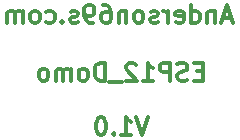
<source format=gbo>
G04 #@! TF.GenerationSoftware,KiCad,Pcbnew,(5.1.5-0-10_14)*
G04 #@! TF.CreationDate,2020-04-27T22:25:58+02:00*
G04 #@! TF.ProjectId,ESP12-Domo,45535031-322d-4446-9f6d-6f2e6b696361,rev?*
G04 #@! TF.SameCoordinates,Original*
G04 #@! TF.FileFunction,Legend,Bot*
G04 #@! TF.FilePolarity,Positive*
%FSLAX46Y46*%
G04 Gerber Fmt 4.6, Leading zero omitted, Abs format (unit mm)*
G04 Created by KiCad (PCBNEW (5.1.5-0-10_14)) date 2020-04-27 22:25:58*
%MOMM*%
%LPD*%
G04 APERTURE LIST*
%ADD10C,0.300000*%
G04 APERTURE END LIST*
D10*
X125285714Y-82678571D02*
X124785714Y-84178571D01*
X124285714Y-82678571D01*
X123000000Y-84178571D02*
X123857142Y-84178571D01*
X123428571Y-84178571D02*
X123428571Y-82678571D01*
X123571428Y-82892857D01*
X123714285Y-83035714D01*
X123857142Y-83107142D01*
X122357142Y-84035714D02*
X122285714Y-84107142D01*
X122357142Y-84178571D01*
X122428571Y-84107142D01*
X122357142Y-84035714D01*
X122357142Y-84178571D01*
X121357142Y-82678571D02*
X121214285Y-82678571D01*
X121071428Y-82750000D01*
X121000000Y-82821428D01*
X120928571Y-82964285D01*
X120857142Y-83250000D01*
X120857142Y-83607142D01*
X120928571Y-83892857D01*
X121000000Y-84035714D01*
X121071428Y-84107142D01*
X121214285Y-84178571D01*
X121357142Y-84178571D01*
X121500000Y-84107142D01*
X121571428Y-84035714D01*
X121642857Y-83892857D01*
X121714285Y-83607142D01*
X121714285Y-83250000D01*
X121642857Y-82964285D01*
X121571428Y-82821428D01*
X121500000Y-82750000D01*
X121357142Y-82678571D01*
X129892857Y-78792857D02*
X129392857Y-78792857D01*
X129178571Y-79578571D02*
X129892857Y-79578571D01*
X129892857Y-78078571D01*
X129178571Y-78078571D01*
X128607142Y-79507142D02*
X128392857Y-79578571D01*
X128035714Y-79578571D01*
X127892857Y-79507142D01*
X127821428Y-79435714D01*
X127750000Y-79292857D01*
X127750000Y-79150000D01*
X127821428Y-79007142D01*
X127892857Y-78935714D01*
X128035714Y-78864285D01*
X128321428Y-78792857D01*
X128464285Y-78721428D01*
X128535714Y-78650000D01*
X128607142Y-78507142D01*
X128607142Y-78364285D01*
X128535714Y-78221428D01*
X128464285Y-78150000D01*
X128321428Y-78078571D01*
X127964285Y-78078571D01*
X127750000Y-78150000D01*
X127107142Y-79578571D02*
X127107142Y-78078571D01*
X126535714Y-78078571D01*
X126392857Y-78150000D01*
X126321428Y-78221428D01*
X126250000Y-78364285D01*
X126250000Y-78578571D01*
X126321428Y-78721428D01*
X126392857Y-78792857D01*
X126535714Y-78864285D01*
X127107142Y-78864285D01*
X124821428Y-79578571D02*
X125678571Y-79578571D01*
X125250000Y-79578571D02*
X125250000Y-78078571D01*
X125392857Y-78292857D01*
X125535714Y-78435714D01*
X125678571Y-78507142D01*
X124250000Y-78221428D02*
X124178571Y-78150000D01*
X124035714Y-78078571D01*
X123678571Y-78078571D01*
X123535714Y-78150000D01*
X123464285Y-78221428D01*
X123392857Y-78364285D01*
X123392857Y-78507142D01*
X123464285Y-78721428D01*
X124321428Y-79578571D01*
X123392857Y-79578571D01*
X123107142Y-79721428D02*
X121964285Y-79721428D01*
X121607142Y-79578571D02*
X121607142Y-78078571D01*
X121250000Y-78078571D01*
X121035714Y-78150000D01*
X120892857Y-78292857D01*
X120821428Y-78435714D01*
X120750000Y-78721428D01*
X120750000Y-78935714D01*
X120821428Y-79221428D01*
X120892857Y-79364285D01*
X121035714Y-79507142D01*
X121250000Y-79578571D01*
X121607142Y-79578571D01*
X119892857Y-79578571D02*
X120035714Y-79507142D01*
X120107142Y-79435714D01*
X120178571Y-79292857D01*
X120178571Y-78864285D01*
X120107142Y-78721428D01*
X120035714Y-78650000D01*
X119892857Y-78578571D01*
X119678571Y-78578571D01*
X119535714Y-78650000D01*
X119464285Y-78721428D01*
X119392857Y-78864285D01*
X119392857Y-79292857D01*
X119464285Y-79435714D01*
X119535714Y-79507142D01*
X119678571Y-79578571D01*
X119892857Y-79578571D01*
X118750000Y-79578571D02*
X118750000Y-78578571D01*
X118750000Y-78721428D02*
X118678571Y-78650000D01*
X118535714Y-78578571D01*
X118321428Y-78578571D01*
X118178571Y-78650000D01*
X118107142Y-78792857D01*
X118107142Y-79578571D01*
X118107142Y-78792857D02*
X118035714Y-78650000D01*
X117892857Y-78578571D01*
X117678571Y-78578571D01*
X117535714Y-78650000D01*
X117464285Y-78792857D01*
X117464285Y-79578571D01*
X116535714Y-79578571D02*
X116678571Y-79507142D01*
X116750000Y-79435714D01*
X116821428Y-79292857D01*
X116821428Y-78864285D01*
X116750000Y-78721428D01*
X116678571Y-78650000D01*
X116535714Y-78578571D01*
X116321428Y-78578571D01*
X116178571Y-78650000D01*
X116107142Y-78721428D01*
X116035714Y-78864285D01*
X116035714Y-79292857D01*
X116107142Y-79435714D01*
X116178571Y-79507142D01*
X116321428Y-79578571D01*
X116535714Y-79578571D01*
X132300000Y-74250000D02*
X131585714Y-74250000D01*
X132442857Y-74678571D02*
X131942857Y-73178571D01*
X131442857Y-74678571D01*
X130942857Y-73678571D02*
X130942857Y-74678571D01*
X130942857Y-73821428D02*
X130871428Y-73750000D01*
X130728571Y-73678571D01*
X130514285Y-73678571D01*
X130371428Y-73750000D01*
X130300000Y-73892857D01*
X130300000Y-74678571D01*
X128942857Y-74678571D02*
X128942857Y-73178571D01*
X128942857Y-74607142D02*
X129085714Y-74678571D01*
X129371428Y-74678571D01*
X129514285Y-74607142D01*
X129585714Y-74535714D01*
X129657142Y-74392857D01*
X129657142Y-73964285D01*
X129585714Y-73821428D01*
X129514285Y-73750000D01*
X129371428Y-73678571D01*
X129085714Y-73678571D01*
X128942857Y-73750000D01*
X127657142Y-74607142D02*
X127800000Y-74678571D01*
X128085714Y-74678571D01*
X128228571Y-74607142D01*
X128300000Y-74464285D01*
X128300000Y-73892857D01*
X128228571Y-73750000D01*
X128085714Y-73678571D01*
X127800000Y-73678571D01*
X127657142Y-73750000D01*
X127585714Y-73892857D01*
X127585714Y-74035714D01*
X128300000Y-74178571D01*
X126942857Y-74678571D02*
X126942857Y-73678571D01*
X126942857Y-73964285D02*
X126871428Y-73821428D01*
X126800000Y-73750000D01*
X126657142Y-73678571D01*
X126514285Y-73678571D01*
X126085714Y-74607142D02*
X125942857Y-74678571D01*
X125657142Y-74678571D01*
X125514285Y-74607142D01*
X125442857Y-74464285D01*
X125442857Y-74392857D01*
X125514285Y-74250000D01*
X125657142Y-74178571D01*
X125871428Y-74178571D01*
X126014285Y-74107142D01*
X126085714Y-73964285D01*
X126085714Y-73892857D01*
X126014285Y-73750000D01*
X125871428Y-73678571D01*
X125657142Y-73678571D01*
X125514285Y-73750000D01*
X124585714Y-74678571D02*
X124728571Y-74607142D01*
X124800000Y-74535714D01*
X124871428Y-74392857D01*
X124871428Y-73964285D01*
X124800000Y-73821428D01*
X124728571Y-73750000D01*
X124585714Y-73678571D01*
X124371428Y-73678571D01*
X124228571Y-73750000D01*
X124157142Y-73821428D01*
X124085714Y-73964285D01*
X124085714Y-74392857D01*
X124157142Y-74535714D01*
X124228571Y-74607142D01*
X124371428Y-74678571D01*
X124585714Y-74678571D01*
X123442857Y-73678571D02*
X123442857Y-74678571D01*
X123442857Y-73821428D02*
X123371428Y-73750000D01*
X123228571Y-73678571D01*
X123014285Y-73678571D01*
X122871428Y-73750000D01*
X122800000Y-73892857D01*
X122800000Y-74678571D01*
X121442857Y-73178571D02*
X121728571Y-73178571D01*
X121871428Y-73250000D01*
X121942857Y-73321428D01*
X122085714Y-73535714D01*
X122157142Y-73821428D01*
X122157142Y-74392857D01*
X122085714Y-74535714D01*
X122014285Y-74607142D01*
X121871428Y-74678571D01*
X121585714Y-74678571D01*
X121442857Y-74607142D01*
X121371428Y-74535714D01*
X121300000Y-74392857D01*
X121300000Y-74035714D01*
X121371428Y-73892857D01*
X121442857Y-73821428D01*
X121585714Y-73750000D01*
X121871428Y-73750000D01*
X122014285Y-73821428D01*
X122085714Y-73892857D01*
X122157142Y-74035714D01*
X120585714Y-74678571D02*
X120300000Y-74678571D01*
X120157142Y-74607142D01*
X120085714Y-74535714D01*
X119942857Y-74321428D01*
X119871428Y-74035714D01*
X119871428Y-73464285D01*
X119942857Y-73321428D01*
X120014285Y-73250000D01*
X120157142Y-73178571D01*
X120442857Y-73178571D01*
X120585714Y-73250000D01*
X120657142Y-73321428D01*
X120728571Y-73464285D01*
X120728571Y-73821428D01*
X120657142Y-73964285D01*
X120585714Y-74035714D01*
X120442857Y-74107142D01*
X120157142Y-74107142D01*
X120014285Y-74035714D01*
X119942857Y-73964285D01*
X119871428Y-73821428D01*
X119300000Y-74607142D02*
X119157142Y-74678571D01*
X118871428Y-74678571D01*
X118728571Y-74607142D01*
X118657142Y-74464285D01*
X118657142Y-74392857D01*
X118728571Y-74250000D01*
X118871428Y-74178571D01*
X119085714Y-74178571D01*
X119228571Y-74107142D01*
X119300000Y-73964285D01*
X119300000Y-73892857D01*
X119228571Y-73750000D01*
X119085714Y-73678571D01*
X118871428Y-73678571D01*
X118728571Y-73750000D01*
X118014285Y-74535714D02*
X117942857Y-74607142D01*
X118014285Y-74678571D01*
X118085714Y-74607142D01*
X118014285Y-74535714D01*
X118014285Y-74678571D01*
X116657142Y-74607142D02*
X116800000Y-74678571D01*
X117085714Y-74678571D01*
X117228571Y-74607142D01*
X117300000Y-74535714D01*
X117371428Y-74392857D01*
X117371428Y-73964285D01*
X117300000Y-73821428D01*
X117228571Y-73750000D01*
X117085714Y-73678571D01*
X116800000Y-73678571D01*
X116657142Y-73750000D01*
X115800000Y-74678571D02*
X115942857Y-74607142D01*
X116014285Y-74535714D01*
X116085714Y-74392857D01*
X116085714Y-73964285D01*
X116014285Y-73821428D01*
X115942857Y-73750000D01*
X115800000Y-73678571D01*
X115585714Y-73678571D01*
X115442857Y-73750000D01*
X115371428Y-73821428D01*
X115300000Y-73964285D01*
X115300000Y-74392857D01*
X115371428Y-74535714D01*
X115442857Y-74607142D01*
X115585714Y-74678571D01*
X115800000Y-74678571D01*
X114657142Y-74678571D02*
X114657142Y-73678571D01*
X114657142Y-73821428D02*
X114585714Y-73750000D01*
X114442857Y-73678571D01*
X114228571Y-73678571D01*
X114085714Y-73750000D01*
X114014285Y-73892857D01*
X114014285Y-74678571D01*
X114014285Y-73892857D02*
X113942857Y-73750000D01*
X113800000Y-73678571D01*
X113585714Y-73678571D01*
X113442857Y-73750000D01*
X113371428Y-73892857D01*
X113371428Y-74678571D01*
M02*

</source>
